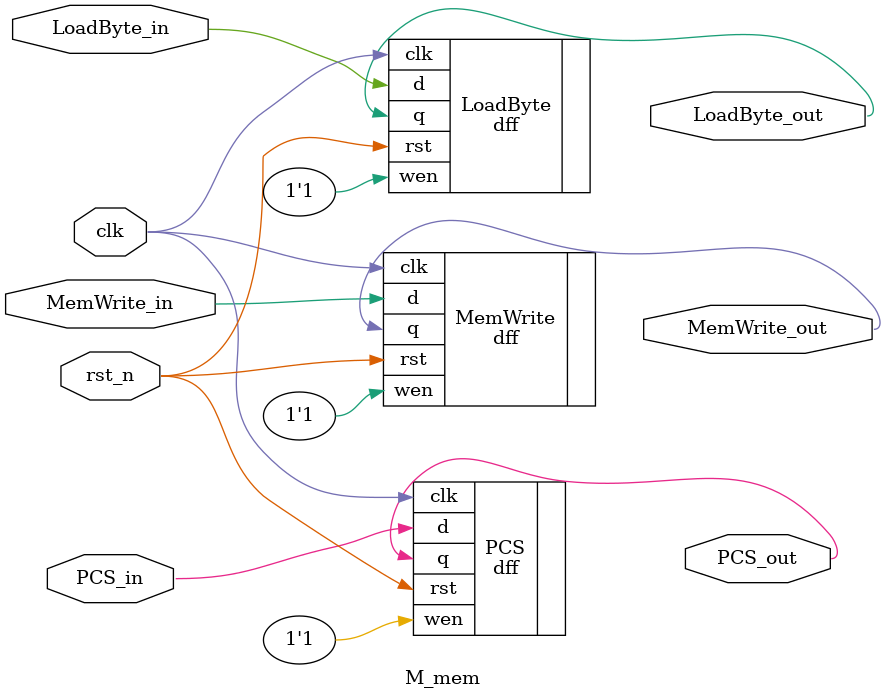
<source format=v>
module M_mem(clk, rst_n, MemWrite_in, PCS_in, LoadByte_in, MemWrite_out, PCS_out, LoadByte_out);
	input clk;
	input rst_n;
	input MemWrite_in, PCS_in, LoadByte_in;
	output MemWrite_out, PCS_out, LoadByte_out;
	
	dff MemWrite(.q(MemWrite_out), .d(MemWrite_in), .wen(1'b1), .clk(clk), .rst(rst_n));
	dff PCS(.q(PCS_out), .d(PCS_in), .wen(1'b1), .clk(clk), .rst(rst_n));
	dff LoadByte(.q(LoadByte_out), .d(LoadByte_in), .wen(1'b1), .clk(clk), .rst(rst_n));

endmodule
</source>
